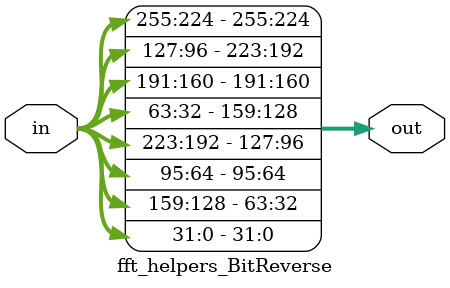
<source format=v>
`default_nettype none
module fft_helpers_BitReverse (
	in,
	out
);
	parameter signed [31:0] BIT_WIDTH = 32;
	parameter signed [31:0] N_SAMPLES = 8;
	input wire [(N_SAMPLES * BIT_WIDTH) - 1:0] in;
	output wire [(N_SAMPLES * BIT_WIDTH) - 1:0] out;
	localparam signed [31:0] n = $clog2(N_SAMPLES);
	generate
		if (N_SAMPLES == 8) begin : genblk1
			assign out[(N_SAMPLES - 1) * BIT_WIDTH+:BIT_WIDTH] = in[(N_SAMPLES - 1) * BIT_WIDTH+:BIT_WIDTH];
			assign out[(N_SAMPLES - 2) * BIT_WIDTH+:BIT_WIDTH] = in[(N_SAMPLES - 5) * BIT_WIDTH+:BIT_WIDTH];
			assign out[(N_SAMPLES - 3) * BIT_WIDTH+:BIT_WIDTH] = in[(N_SAMPLES - 3) * BIT_WIDTH+:BIT_WIDTH];
			assign out[(N_SAMPLES - 4) * BIT_WIDTH+:BIT_WIDTH] = in[(N_SAMPLES - 7) * BIT_WIDTH+:BIT_WIDTH];
			assign out[(N_SAMPLES - 5) * BIT_WIDTH+:BIT_WIDTH] = in[(N_SAMPLES - 2) * BIT_WIDTH+:BIT_WIDTH];
			assign out[(N_SAMPLES - 6) * BIT_WIDTH+:BIT_WIDTH] = in[(N_SAMPLES - 6) * BIT_WIDTH+:BIT_WIDTH];
			assign out[(N_SAMPLES - 7) * BIT_WIDTH+:BIT_WIDTH] = in[(N_SAMPLES - 4) * BIT_WIDTH+:BIT_WIDTH];
			assign out[(N_SAMPLES - 8) * BIT_WIDTH+:BIT_WIDTH] = in[(N_SAMPLES - 8) * BIT_WIDTH+:BIT_WIDTH];
		end
		else begin : genblk1
			genvar m;
			for (m = 0; m < N_SAMPLES; m = m + 1) begin : genblk1
				wire [n - 1:0] m_rev;
				genvar i;
				for (i = 0; i < n; i = i + 1) begin : genblk1
					assign m_rev[(n - i) - 1] = m[i];
				end
				assign out[((N_SAMPLES - 1) - m) * BIT_WIDTH+:BIT_WIDTH] = in[((N_SAMPLES - 1) - m_rev) * BIT_WIDTH+:BIT_WIDTH];
			end
		end
	endgenerate
endmodule

</source>
